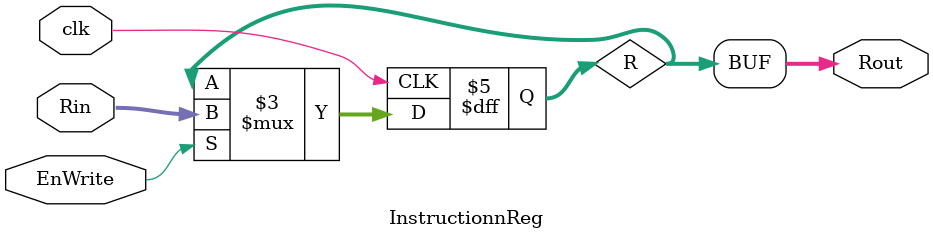
<source format=v>
`timescale 1ns / 1ps
module InstructionnReg(
    input clk, input [9:0] Rin, output [9:0] Rout ,input EnWrite
    );
	reg [9:0]R;
	//reg [11:0]Rout;
	assign Rout = R;
	initial begin R = 10'b0; end
	always @ (negedge clk) 
	  begin
		if (EnWrite) begin
			R <= Rin;
			end
			  
	  end
endmodule
</source>
